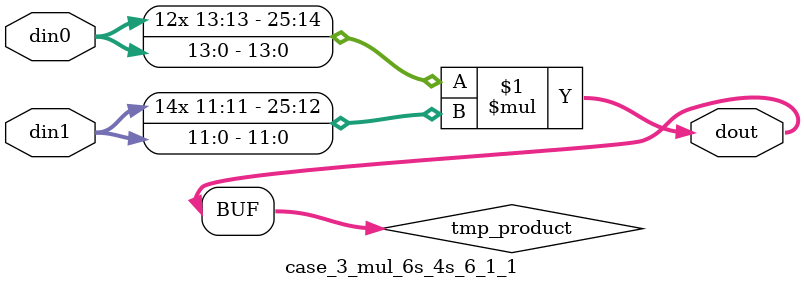
<source format=v>

`timescale 1 ns / 1 ps

 module case_3_mul_6s_4s_6_1_1(din0, din1, dout);
parameter ID = 1;
parameter NUM_STAGE = 0;
parameter din0_WIDTH = 14;
parameter din1_WIDTH = 12;
parameter dout_WIDTH = 26;

input [din0_WIDTH - 1 : 0] din0; 
input [din1_WIDTH - 1 : 0] din1; 
output [dout_WIDTH - 1 : 0] dout;

wire signed [dout_WIDTH - 1 : 0] tmp_product;



























assign tmp_product = $signed(din0) * $signed(din1);








assign dout = tmp_product;





















endmodule

</source>
